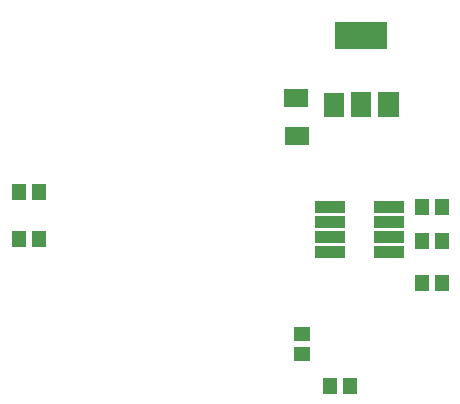
<source format=gbr>
%FSLAX34Y34*%
%MOMM*%
%LNSMDMASK_TOP*%
G71*
G01*
%ADD10R, 2.60X1.00*%
%ADD11R, 1.70X2.10*%
%ADD12R, 1.30X1.40*%
%ADD13R, 1.40X1.30*%
%ADD14R, 2.00X1.50*%
%LPD*%
X356000Y-551838D02*
G54D10*
D03*
X356000Y-564538D02*
G54D10*
D03*
X356000Y-577238D02*
G54D10*
D03*
X356000Y-589938D02*
G54D10*
D03*
X406000Y-589938D02*
G54D10*
D03*
X406000Y-577238D02*
G54D10*
D03*
X406000Y-564538D02*
G54D10*
D03*
X406000Y-551838D02*
G54D10*
D03*
X359685Y-465093D02*
G54D11*
D03*
G36*
X374185Y-454694D02*
X391185Y-454693D01*
X391185Y-475693D01*
X374185Y-475694D01*
X374185Y-454694D01*
G37*
G36*
X397185Y-454694D02*
X414185Y-454693D01*
X414185Y-475693D01*
X397185Y-475694D01*
X397185Y-454694D01*
G37*
G36*
X360785Y-394994D02*
X404785Y-394993D01*
X404785Y-417993D01*
X360785Y-417994D01*
X360785Y-394994D01*
G37*
X92575Y-539162D02*
G54D12*
D03*
X109575Y-539162D02*
G54D12*
D03*
X332850Y-659250D02*
G54D13*
D03*
X332850Y-676250D02*
G54D13*
D03*
X92575Y-578850D02*
G54D12*
D03*
X109575Y-578850D02*
G54D12*
D03*
X433888Y-551862D02*
G54D12*
D03*
X450888Y-551862D02*
G54D12*
D03*
X433888Y-580438D02*
G54D12*
D03*
X450888Y-580438D02*
G54D12*
D03*
X433888Y-616156D02*
G54D12*
D03*
X450888Y-616156D02*
G54D12*
D03*
X373497Y-703469D02*
G54D12*
D03*
X356497Y-703469D02*
G54D12*
D03*
X327747Y-459554D02*
G54D14*
D03*
X327847Y-492054D02*
G54D14*
D03*
M02*

</source>
